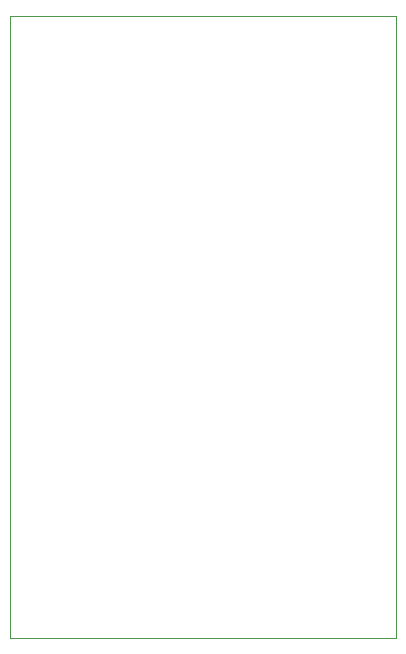
<source format=gbr>
%TF.GenerationSoftware,KiCad,Pcbnew,8.0.0-8.0.0-1~ubuntu22.04.1*%
%TF.CreationDate,2024-03-06T20:03:24+01:00*%
%TF.ProjectId,P1,50312e6b-6963-4616-945f-706362585858,rev?*%
%TF.SameCoordinates,Original*%
%TF.FileFunction,Profile,NP*%
%FSLAX46Y46*%
G04 Gerber Fmt 4.6, Leading zero omitted, Abs format (unit mm)*
G04 Created by KiCad (PCBNEW 8.0.0-8.0.0-1~ubuntu22.04.1) date 2024-03-06 20:03:24*
%MOMM*%
%LPD*%
G01*
G04 APERTURE LIST*
%TA.AperFunction,Profile*%
%ADD10C,0.050000*%
%TD*%
G04 APERTURE END LIST*
D10*
X127740000Y-21860000D02*
X160460000Y-21860000D01*
X160460000Y-74560000D01*
X127740000Y-74560000D01*
X127740000Y-21860000D01*
M02*

</source>
